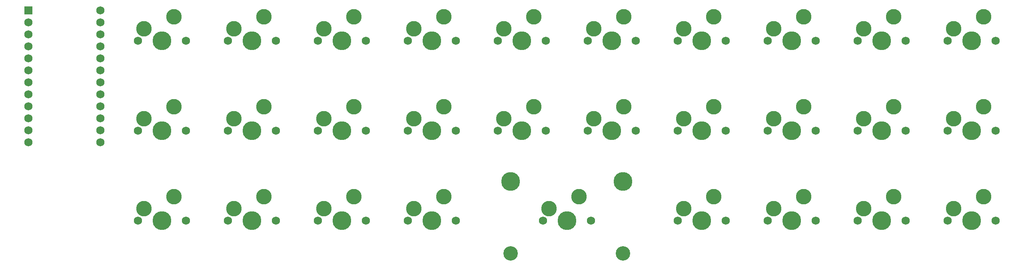
<source format=gbr>
%TF.GenerationSoftware,KiCad,Pcbnew,(6.0.6)*%
%TF.CreationDate,2022-07-16T11:18:18+07:00*%
%TF.ProjectId,pocket,706f636b-6574-42e6-9b69-6361645f7063,rev?*%
%TF.SameCoordinates,Original*%
%TF.FileFunction,Soldermask,Top*%
%TF.FilePolarity,Negative*%
%FSLAX46Y46*%
G04 Gerber Fmt 4.6, Leading zero omitted, Abs format (unit mm)*
G04 Created by KiCad (PCBNEW (6.0.6)) date 2022-07-16 11:18:18*
%MOMM*%
%LPD*%
G01*
G04 APERTURE LIST*
%ADD10C,3.300000*%
%ADD11C,1.750000*%
%ADD12C,3.987800*%
%ADD13R,1.752600X1.752600*%
%ADD14C,1.752600*%
%ADD15C,3.048000*%
G04 APERTURE END LIST*
D10*
%TO.C,SW29*%
X95408750Y-98107500D03*
X89058750Y-100647500D03*
D11*
X97948750Y-103187500D03*
D12*
X92868750Y-103187500D03*
D11*
X87788750Y-103187500D03*
%TD*%
D10*
%TO.C,SW28*%
X114458750Y-98107500D03*
X108108750Y-100647500D03*
D11*
X116998750Y-103187500D03*
D12*
X111918750Y-103187500D03*
D11*
X106838750Y-103187500D03*
%TD*%
D10*
%TO.C,SW27*%
X133508750Y-98107500D03*
X127158750Y-100647500D03*
D11*
X136048750Y-103187500D03*
D12*
X130968750Y-103187500D03*
D11*
X125888750Y-103187500D03*
%TD*%
D10*
%TO.C,SW26*%
X152558750Y-98107500D03*
X146208750Y-100647500D03*
D11*
X155098750Y-103187500D03*
D12*
X150018750Y-103187500D03*
D11*
X144938750Y-103187500D03*
%TD*%
D10*
%TO.C,SW25*%
X181133750Y-98107500D03*
X174783750Y-100647500D03*
D11*
X183673750Y-103187500D03*
D12*
X178593750Y-103187500D03*
D11*
X173513750Y-103187500D03*
%TD*%
D10*
%TO.C,SW24*%
X209708750Y-98107500D03*
X203358750Y-100647500D03*
D11*
X212248750Y-103187500D03*
D12*
X207168750Y-103187500D03*
D11*
X202088750Y-103187500D03*
%TD*%
D10*
%TO.C,SW23*%
X228758750Y-98107500D03*
X222408750Y-100647500D03*
D11*
X231298750Y-103187500D03*
D12*
X226218750Y-103187500D03*
D11*
X221138750Y-103187500D03*
%TD*%
D10*
%TO.C,SW22*%
X247808750Y-98107500D03*
X241458750Y-100647500D03*
D11*
X250348750Y-103187500D03*
D12*
X245268750Y-103187500D03*
D11*
X240188750Y-103187500D03*
%TD*%
D10*
%TO.C,SW21*%
X266858750Y-98107500D03*
X260508750Y-100647500D03*
D11*
X269398750Y-103187500D03*
D12*
X264318750Y-103187500D03*
D11*
X259238750Y-103187500D03*
%TD*%
D10*
%TO.C,SW20*%
X95408750Y-79057500D03*
X89058750Y-81597500D03*
D11*
X97948750Y-84137500D03*
D12*
X92868750Y-84137500D03*
D11*
X87788750Y-84137500D03*
%TD*%
D10*
%TO.C,SW19*%
X114458750Y-79057500D03*
X108108750Y-81597500D03*
D11*
X116998750Y-84137500D03*
D12*
X111918750Y-84137500D03*
D11*
X106838750Y-84137500D03*
%TD*%
D10*
%TO.C,SW18*%
X133508750Y-79057500D03*
X127158750Y-81597500D03*
D11*
X136048750Y-84137500D03*
D12*
X130968750Y-84137500D03*
D11*
X125888750Y-84137500D03*
%TD*%
D10*
%TO.C,SW17*%
X152558750Y-79057500D03*
X146208750Y-81597500D03*
D11*
X155098750Y-84137500D03*
D12*
X150018750Y-84137500D03*
D11*
X144938750Y-84137500D03*
%TD*%
D10*
%TO.C,SW16*%
X171608750Y-79057500D03*
X165258750Y-81597500D03*
D11*
X174148750Y-84137500D03*
D12*
X169068750Y-84137500D03*
D11*
X163988750Y-84137500D03*
%TD*%
D10*
%TO.C,SW15*%
X190658750Y-79057500D03*
X184308750Y-81597500D03*
D11*
X193198750Y-84137500D03*
D12*
X188118750Y-84137500D03*
D11*
X183038750Y-84137500D03*
%TD*%
D10*
%TO.C,SW14*%
X209708750Y-79057500D03*
X203358750Y-81597500D03*
D11*
X212248750Y-84137500D03*
D12*
X207168750Y-84137500D03*
D11*
X202088750Y-84137500D03*
%TD*%
D10*
%TO.C,SW13*%
X228758750Y-79057500D03*
X222408750Y-81597500D03*
D11*
X231298750Y-84137500D03*
D12*
X226218750Y-84137500D03*
D11*
X221138750Y-84137500D03*
%TD*%
D10*
%TO.C,SW12*%
X247808750Y-79057500D03*
X241458750Y-81597500D03*
D11*
X250348750Y-84137500D03*
D12*
X245268750Y-84137500D03*
D11*
X240188750Y-84137500D03*
%TD*%
D10*
%TO.C,SW11*%
X266858750Y-79057500D03*
X260508750Y-81597500D03*
D11*
X269398750Y-84137500D03*
D12*
X264318750Y-84137500D03*
D11*
X259238750Y-84137500D03*
%TD*%
D13*
%TO.C,U1*%
X64611250Y-58660500D03*
D14*
X64611250Y-61200500D03*
X64611250Y-63740500D03*
X64611250Y-66280500D03*
X64611250Y-68820500D03*
X64611250Y-71360500D03*
X64611250Y-73900500D03*
X64611250Y-76440500D03*
X64611250Y-78980500D03*
X64611250Y-81520500D03*
X64611250Y-84060500D03*
X79851250Y-86600500D03*
X79851250Y-84060500D03*
X79851250Y-81520500D03*
X79851250Y-78980500D03*
X79851250Y-76440500D03*
X79851250Y-73900500D03*
X79851250Y-71360500D03*
X79851250Y-68820500D03*
X79851250Y-66280500D03*
X79851250Y-63740500D03*
X79851250Y-61200500D03*
X64611250Y-86600500D03*
X79851250Y-58660500D03*
%TD*%
D10*
%TO.C,SW10*%
X95408750Y-60007500D03*
X89058750Y-62547500D03*
D11*
X97948750Y-65087500D03*
D12*
X92868750Y-65087500D03*
D11*
X87788750Y-65087500D03*
%TD*%
D10*
%TO.C,SW9*%
X114458750Y-60007500D03*
X108108750Y-62547500D03*
D11*
X116998750Y-65087500D03*
D12*
X111918750Y-65087500D03*
D11*
X106838750Y-65087500D03*
%TD*%
D10*
%TO.C,SW8*%
X133508750Y-60007500D03*
X127158750Y-62547500D03*
D11*
X136048750Y-65087500D03*
D12*
X130968750Y-65087500D03*
D11*
X125888750Y-65087500D03*
%TD*%
D10*
%TO.C,SW7*%
X152558750Y-60007500D03*
X146208750Y-62547500D03*
D11*
X155098750Y-65087500D03*
D12*
X150018750Y-65087500D03*
D11*
X144938750Y-65087500D03*
%TD*%
D10*
%TO.C,SW6*%
X171608750Y-60007500D03*
X165258750Y-62547500D03*
D11*
X174148750Y-65087500D03*
D12*
X169068750Y-65087500D03*
D11*
X163988750Y-65087500D03*
%TD*%
D10*
%TO.C,SW5*%
X190658750Y-60007500D03*
X184308750Y-62547500D03*
D11*
X193198750Y-65087500D03*
D12*
X188118750Y-65087500D03*
D11*
X183038750Y-65087500D03*
%TD*%
D10*
%TO.C,SW4*%
X209708750Y-60007500D03*
X203358750Y-62547500D03*
D11*
X212248750Y-65087500D03*
D12*
X207168750Y-65087500D03*
D11*
X202088750Y-65087500D03*
%TD*%
D10*
%TO.C,SW3*%
X228758750Y-60007500D03*
X222408750Y-62547500D03*
D11*
X231298750Y-65087500D03*
D12*
X226218750Y-65087500D03*
D11*
X221138750Y-65087500D03*
%TD*%
D10*
%TO.C,SW2*%
X247808750Y-60007500D03*
X241458750Y-62547500D03*
D11*
X250348750Y-65087500D03*
D12*
X245268750Y-65087500D03*
D11*
X240188750Y-65087500D03*
%TD*%
D10*
%TO.C,SW1*%
X266858750Y-60007500D03*
X260508750Y-62547500D03*
D11*
X269398750Y-65087500D03*
D12*
X264318750Y-65087500D03*
D11*
X259238750Y-65087500D03*
%TD*%
D12*
%TO.C,S1*%
X166687500Y-94932500D03*
X190500000Y-94932500D03*
D15*
X166687500Y-110172500D03*
X190500000Y-110172500D03*
%TD*%
M02*

</source>
